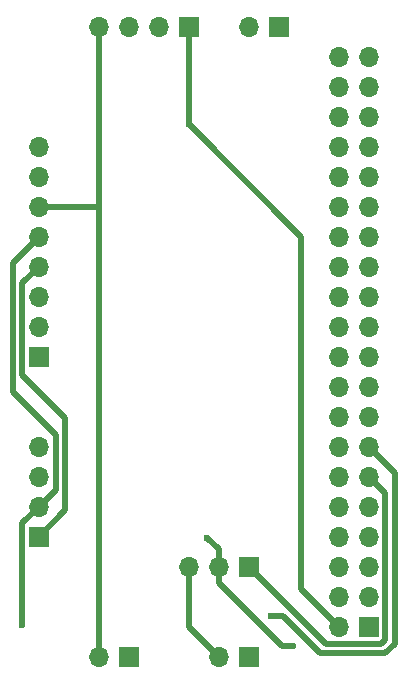
<source format=gbr>
%TF.GenerationSoftware,KiCad,Pcbnew,8.0.7*%
%TF.CreationDate,2025-03-04T00:24:51+01:00*%
%TF.ProjectId,Wildeye_pcb,57696c64-6579-4655-9f70-63622e6b6963,rev?*%
%TF.SameCoordinates,Original*%
%TF.FileFunction,Copper,L1,Top*%
%TF.FilePolarity,Positive*%
%FSLAX46Y46*%
G04 Gerber Fmt 4.6, Leading zero omitted, Abs format (unit mm)*
G04 Created by KiCad (PCBNEW 8.0.7) date 2025-03-04 00:24:51*
%MOMM*%
%LPD*%
G01*
G04 APERTURE LIST*
%TA.AperFunction,ComponentPad*%
%ADD10R,1.700000X1.700000*%
%TD*%
%TA.AperFunction,ComponentPad*%
%ADD11O,1.700000X1.700000*%
%TD*%
%TA.AperFunction,ViaPad*%
%ADD12C,0.600000*%
%TD*%
%TA.AperFunction,Conductor*%
%ADD13C,0.500000*%
%TD*%
G04 APERTURE END LIST*
D10*
%TO.P,PIR_Sensor1,1,Pin_1*%
%TO.N,/G17*%
X152400000Y-106680000D03*
D11*
%TO.P,PIR_Sensor1,2,Pin_2*%
%TO.N,/3v3*%
X149860000Y-106680000D03*
%TO.P,PIR_Sensor1,3,Pin_3*%
%TO.N,/GND*%
X147320000Y-106680000D03*
%TD*%
D10*
%TO.P,GY-87_Sensor1,1,Pin_1*%
%TO.N,unconnected-(GY-87_Sensor1-Pin_1-Pad1)*%
X134620000Y-88900000D03*
D11*
%TO.P,GY-87_Sensor1,2,Pin_2*%
%TO.N,unconnected-(GY-87_Sensor1-Pin_2-Pad2)*%
X134620000Y-86360000D03*
%TO.P,GY-87_Sensor1,3,Pin_3*%
%TO.N,unconnected-(GY-87_Sensor1-Pin_3-Pad3)*%
X134620000Y-83820000D03*
%TO.P,GY-87_Sensor1,4,Pin_4*%
%TO.N,/SDA*%
X134620000Y-81280000D03*
%TO.P,GY-87_Sensor1,5,Pin_5*%
%TO.N,/SCL*%
X134620000Y-78740000D03*
%TO.P,GY-87_Sensor1,6,Pin_6*%
%TO.N,/GND*%
X134620000Y-76200000D03*
%TO.P,GY-87_Sensor1,7,Pin_7*%
%TO.N,unconnected-(GY-87_Sensor1-Pin_7-Pad7)*%
X134620000Y-73660000D03*
%TO.P,GY-87_Sensor1,8,Pin_8*%
%TO.N,/5v*%
X134620000Y-71120000D03*
%TD*%
D10*
%TO.P,LTE_Modem1,1,Pin_1*%
%TO.N,/5v*%
X147320000Y-60960000D03*
D11*
%TO.P,LTE_Modem1,2,Pin_2*%
%TO.N,/DP*%
X144780000Y-60960000D03*
%TO.P,LTE_Modem1,3,Pin_3*%
%TO.N,/DM*%
X142240000Y-60960000D03*
%TO.P,LTE_Modem1,4,Pin_4*%
%TO.N,/GND*%
X139700000Y-60960000D03*
%TD*%
D10*
%TO.P,Switch_Module1,1,Pin_1*%
%TO.N,/G27*%
X142240000Y-114300000D03*
D11*
%TO.P,Switch_Module1,2,Pin_2*%
%TO.N,/GND*%
X139700000Y-114300000D03*
%TD*%
D10*
%TO.P,BME280_Sensor1,1,Pin_1*%
%TO.N,/SDA*%
X134620000Y-104140000D03*
D11*
%TO.P,BME280_Sensor1,2,Pin_2*%
%TO.N,/SCL*%
X134620000Y-101600000D03*
%TO.P,BME280_Sensor1,3,Pin_3*%
%TO.N,/GND*%
X134620000Y-99060000D03*
%TO.P,BME280_Sensor1,4,Pin_4*%
%TO.N,/3v3*%
X134620000Y-96520000D03*
%TD*%
D10*
%TO.P,RaspberryPi_USB1,1,Pin_1*%
%TO.N,/DP*%
X154940000Y-60950000D03*
D11*
%TO.P,RaspberryPi_USB1,2,Pin_2*%
%TO.N,/DM*%
X152400000Y-60950000D03*
%TD*%
D10*
%TO.P,RaspberryPi_GPIOs1,1,Pin_1*%
%TO.N,/3v3*%
X162560000Y-111760000D03*
D11*
%TO.P,RaspberryPi_GPIOs1,2,Pin_2*%
%TO.N,/5v*%
X160020000Y-111760000D03*
%TO.P,RaspberryPi_GPIOs1,3,Pin_3*%
%TO.N,/SDA*%
X162560000Y-109220000D03*
%TO.P,RaspberryPi_GPIOs1,4,Pin_4*%
%TO.N,unconnected-(RaspberryPi_GPIOs1-Pin_4-Pad4)*%
X160020000Y-109220000D03*
%TO.P,RaspberryPi_GPIOs1,5,Pin_5*%
%TO.N,/SCL*%
X162560000Y-106680000D03*
%TO.P,RaspberryPi_GPIOs1,6,Pin_6*%
%TO.N,/GND*%
X160020000Y-106680000D03*
%TO.P,RaspberryPi_GPIOs1,7,Pin_7*%
%TO.N,unconnected-(RaspberryPi_GPIOs1-Pin_7-Pad7)*%
X162560000Y-104140000D03*
%TO.P,RaspberryPi_GPIOs1,8,Pin_8*%
%TO.N,unconnected-(RaspberryPi_GPIOs1-Pin_8-Pad8)*%
X160020000Y-104140000D03*
%TO.P,RaspberryPi_GPIOs1,9,Pin_9*%
%TO.N,unconnected-(RaspberryPi_GPIOs1-Pin_9-Pad9)*%
X162560000Y-101600000D03*
%TO.P,RaspberryPi_GPIOs1,10,Pin_10*%
%TO.N,unconnected-(RaspberryPi_GPIOs1-Pin_10-Pad10)*%
X160020000Y-101600000D03*
%TO.P,RaspberryPi_GPIOs1,11,Pin_11*%
%TO.N,/G17*%
X162560000Y-99060000D03*
%TO.P,RaspberryPi_GPIOs1,12,Pin_12*%
%TO.N,unconnected-(RaspberryPi_GPIOs1-Pin_12-Pad12)*%
X160020000Y-99060000D03*
%TO.P,RaspberryPi_GPIOs1,13,Pin_13*%
%TO.N,/G27*%
X162560000Y-96520000D03*
%TO.P,RaspberryPi_GPIOs1,14,Pin_14*%
%TO.N,unconnected-(RaspberryPi_GPIOs1-Pin_14-Pad14)*%
X160020000Y-96520000D03*
%TO.P,RaspberryPi_GPIOs1,15,Pin_15*%
%TO.N,unconnected-(RaspberryPi_GPIOs1-Pin_15-Pad15)*%
X162560000Y-93980000D03*
%TO.P,RaspberryPi_GPIOs1,16,Pin_16*%
%TO.N,unconnected-(RaspberryPi_GPIOs1-Pin_16-Pad16)*%
X160020000Y-93980000D03*
%TO.P,RaspberryPi_GPIOs1,17,Pin_17*%
%TO.N,unconnected-(RaspberryPi_GPIOs1-Pin_17-Pad17)*%
X162560000Y-91440000D03*
%TO.P,RaspberryPi_GPIOs1,18,Pin_18*%
%TO.N,unconnected-(RaspberryPi_GPIOs1-Pin_18-Pad18)*%
X160020000Y-91440000D03*
%TO.P,RaspberryPi_GPIOs1,19,Pin_19*%
%TO.N,unconnected-(RaspberryPi_GPIOs1-Pin_19-Pad19)*%
X162560000Y-88900000D03*
%TO.P,RaspberryPi_GPIOs1,20,Pin_20*%
%TO.N,unconnected-(RaspberryPi_GPIOs1-Pin_20-Pad20)*%
X160020000Y-88900000D03*
%TO.P,RaspberryPi_GPIOs1,21,Pin_21*%
%TO.N,unconnected-(RaspberryPi_GPIOs1-Pin_21-Pad21)*%
X162560000Y-86360000D03*
%TO.P,RaspberryPi_GPIOs1,22,Pin_22*%
%TO.N,unconnected-(RaspberryPi_GPIOs1-Pin_22-Pad22)*%
X160020000Y-86360000D03*
%TO.P,RaspberryPi_GPIOs1,23,Pin_23*%
%TO.N,unconnected-(RaspberryPi_GPIOs1-Pin_23-Pad23)*%
X162560000Y-83820000D03*
%TO.P,RaspberryPi_GPIOs1,24,Pin_24*%
%TO.N,unconnected-(RaspberryPi_GPIOs1-Pin_24-Pad24)*%
X160020000Y-83820000D03*
%TO.P,RaspberryPi_GPIOs1,25,Pin_25*%
%TO.N,unconnected-(RaspberryPi_GPIOs1-Pin_25-Pad25)*%
X162560000Y-81280000D03*
%TO.P,RaspberryPi_GPIOs1,26,Pin_26*%
%TO.N,unconnected-(RaspberryPi_GPIOs1-Pin_26-Pad26)*%
X160020000Y-81280000D03*
%TO.P,RaspberryPi_GPIOs1,27,Pin_27*%
%TO.N,unconnected-(RaspberryPi_GPIOs1-Pin_27-Pad27)*%
X162560000Y-78740000D03*
%TO.P,RaspberryPi_GPIOs1,28,Pin_28*%
%TO.N,unconnected-(RaspberryPi_GPIOs1-Pin_28-Pad28)*%
X160020000Y-78740000D03*
%TO.P,RaspberryPi_GPIOs1,29,Pin_29*%
%TO.N,unconnected-(RaspberryPi_GPIOs1-Pin_29-Pad29)*%
X162560000Y-76200000D03*
%TO.P,RaspberryPi_GPIOs1,30,Pin_30*%
%TO.N,unconnected-(RaspberryPi_GPIOs1-Pin_30-Pad30)*%
X160020000Y-76200000D03*
%TO.P,RaspberryPi_GPIOs1,31,Pin_31*%
%TO.N,unconnected-(RaspberryPi_GPIOs1-Pin_31-Pad31)*%
X162560000Y-73660000D03*
%TO.P,RaspberryPi_GPIOs1,32,Pin_32*%
%TO.N,unconnected-(RaspberryPi_GPIOs1-Pin_32-Pad32)*%
X160020000Y-73660000D03*
%TO.P,RaspberryPi_GPIOs1,33,Pin_33*%
%TO.N,unconnected-(RaspberryPi_GPIOs1-Pin_33-Pad33)*%
X162560000Y-71120000D03*
%TO.P,RaspberryPi_GPIOs1,34,Pin_34*%
%TO.N,unconnected-(RaspberryPi_GPIOs1-Pin_34-Pad34)*%
X160020000Y-71120000D03*
%TO.P,RaspberryPi_GPIOs1,35,Pin_35*%
%TO.N,unconnected-(RaspberryPi_GPIOs1-Pin_35-Pad35)*%
X162560000Y-68580000D03*
%TO.P,RaspberryPi_GPIOs1,36,Pin_36*%
%TO.N,unconnected-(RaspberryPi_GPIOs1-Pin_36-Pad36)*%
X160020000Y-68580000D03*
%TO.P,RaspberryPi_GPIOs1,37,Pin_37*%
%TO.N,unconnected-(RaspberryPi_GPIOs1-Pin_37-Pad37)*%
X162560000Y-66040000D03*
%TO.P,RaspberryPi_GPIOs1,38,Pin_38*%
%TO.N,unconnected-(RaspberryPi_GPIOs1-Pin_38-Pad38)*%
X160020000Y-66040000D03*
%TO.P,RaspberryPi_GPIOs1,39,Pin_39*%
%TO.N,unconnected-(RaspberryPi_GPIOs1-Pin_39-Pad39)*%
X162560000Y-63500000D03*
%TO.P,RaspberryPi_GPIOs1,40,Pin_40*%
%TO.N,unconnected-(RaspberryPi_GPIOs1-Pin_40-Pad40)*%
X160020000Y-63500000D03*
%TD*%
D10*
%TO.P,Powerbank_Power1,1,5V*%
%TO.N,/5v*%
X152400000Y-114300000D03*
D11*
%TO.P,Powerbank_Power1,2,GND*%
%TO.N,/GND*%
X149860000Y-114300000D03*
%TD*%
D12*
%TO.N,/SCL*%
X133218300Y-111628300D03*
%TO.N,/3v3*%
X156152200Y-113404800D03*
X148886000Y-104248100D03*
%TO.N,/G27*%
X154305000Y-110888100D03*
%TO.N,/5v*%
X147320000Y-69215000D03*
%TD*%
D13*
%TO.N,/SCL*%
X133218300Y-111628300D02*
X133218300Y-103001700D01*
X134620000Y-78740000D02*
X132403300Y-80956700D01*
X133218300Y-103001700D02*
X134620000Y-101600000D01*
X132403300Y-91908350D02*
X136044700Y-95549750D01*
X136044700Y-100175300D02*
X134620000Y-101600000D01*
X132403300Y-80956700D02*
X132403300Y-91908350D01*
X136044700Y-95549750D02*
X136044700Y-100175300D01*
%TO.N,/3v3*%
X148886000Y-104248100D02*
X149860000Y-105222100D01*
X134620000Y-96454150D02*
X134620000Y-96520000D01*
X155183100Y-113404800D02*
X156152200Y-113404800D01*
X149860000Y-106680000D02*
X149860000Y-108081700D01*
X149860000Y-105222100D02*
X149860000Y-106680000D01*
X149860000Y-108081700D02*
X155183100Y-113404800D01*
%TO.N,/SDA*%
X133205000Y-82695000D02*
X134620000Y-81280000D01*
X136846400Y-94063025D02*
X133205000Y-90421625D01*
X134620000Y-104140000D02*
X136846400Y-101913600D01*
X133205000Y-90421625D02*
X133205000Y-82695000D01*
X136846400Y-101913600D02*
X136846400Y-94063025D01*
%TO.N,/GND*%
X134620000Y-76200000D02*
X139700000Y-76200000D01*
X139700000Y-76200000D02*
X139700000Y-114300000D01*
X147320000Y-111760000D02*
X147320000Y-106680000D01*
X149860000Y-114300000D02*
X147320000Y-111760000D01*
X139700000Y-60960000D02*
X139700000Y-76200000D01*
%TO.N,/G17*%
X163601900Y-113203900D02*
X158923900Y-113203900D01*
X163961700Y-112844100D02*
X163601900Y-113203900D01*
X163961700Y-100461700D02*
X163961700Y-112844100D01*
X162560000Y-99060000D02*
X163961700Y-100461700D01*
X158923900Y-113203900D02*
X152400000Y-106680000D01*
%TO.N,/G27*%
X158459100Y-114017100D02*
X163947200Y-114017100D01*
X164779400Y-98739400D02*
X162560000Y-96520000D01*
X154305000Y-110888100D02*
X155330100Y-110888100D01*
X155330100Y-110888100D02*
X158459100Y-114017100D01*
X164779400Y-113184900D02*
X164779400Y-98739400D01*
X163947200Y-114017100D02*
X164779400Y-113184900D01*
%TO.N,/5v*%
X147320000Y-69215000D02*
X156845000Y-78740000D01*
X147320000Y-69215000D02*
X147320000Y-60960000D01*
X156845000Y-78740000D02*
X156845000Y-108585000D01*
X156845000Y-108585000D02*
X160020000Y-111760000D01*
%TD*%
M02*

</source>
